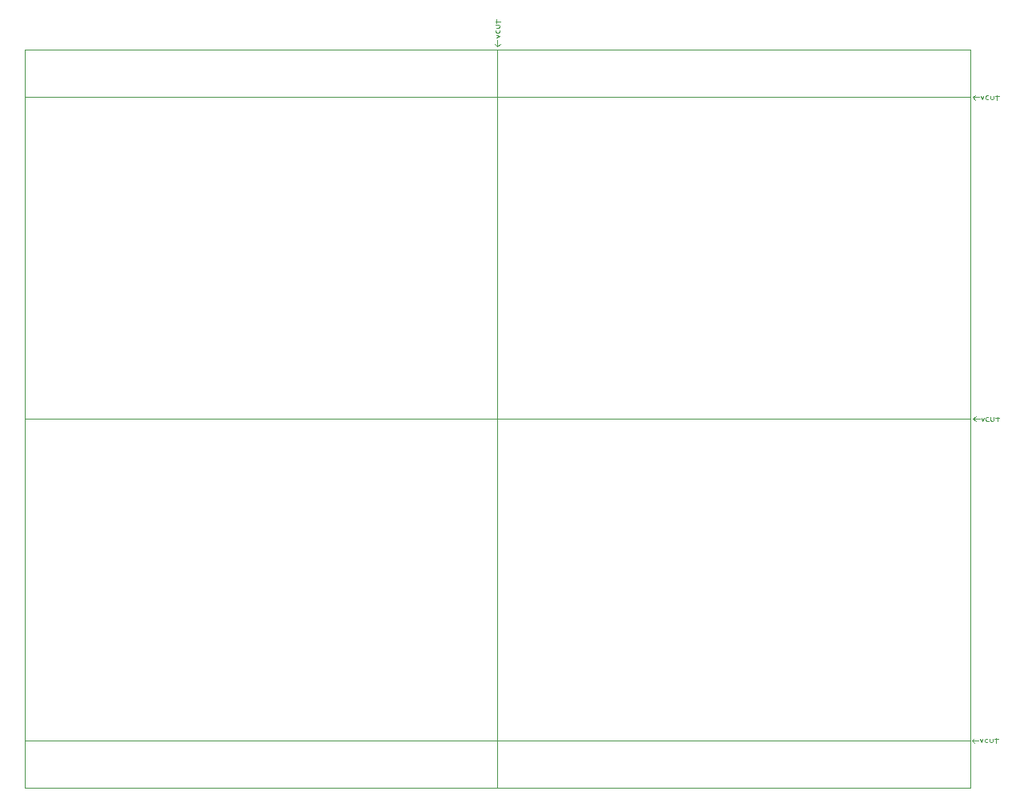
<source format=gm1>
G04 #@! TF.GenerationSoftware,KiCad,Pcbnew,(5.1.10-1-10_14)*
G04 #@! TF.CreationDate,2022-04-15T02:52:12+09:00*
G04 #@! TF.ProjectId,cmsis-dap_rp2040,636d7369-732d-4646-9170-5f7270323034,rev?*
G04 #@! TF.SameCoordinates,Original*
G04 #@! TF.FileFunction,Profile,NP*
%FSLAX46Y46*%
G04 Gerber Fmt 4.6, Leading zero omitted, Abs format (unit mm)*
G04 Created by KiCad (PCBNEW (5.1.10-1-10_14)) date 2022-04-15 02:52:12*
%MOMM*%
%LPD*%
G01*
G04 APERTURE LIST*
G04 #@! TA.AperFunction,Profile*
%ADD10C,0.050000*%
G04 #@! TD*
G04 APERTURE END LIST*
D10*
X201800000Y-118230000D02*
X201650000Y-118230000D01*
X201040000Y-117880000D02*
X201170000Y-118200000D01*
X202550000Y-117900000D02*
X202950000Y-117900000D01*
X202040000Y-118130000D02*
X202150000Y-118240000D01*
X201520000Y-117940000D02*
X201620000Y-117820000D01*
X200170000Y-117990000D02*
X200460000Y-117740000D01*
X202730000Y-117790000D02*
X202730000Y-118270000D01*
X202040000Y-117840000D02*
X202040000Y-118130000D01*
X201520000Y-118120000D02*
X201520000Y-117940000D01*
X200170000Y-117990000D02*
X200880000Y-117990000D01*
X201650000Y-118230000D02*
X201520000Y-118120000D01*
X201170000Y-118200000D02*
X201300000Y-117880000D01*
X202390000Y-118130000D02*
X202390000Y-117830000D01*
X202280000Y-118240000D02*
X202390000Y-118130000D01*
X200170000Y-117990000D02*
X200460000Y-118260000D01*
X201620000Y-117820000D02*
X201790000Y-117820000D01*
X202150000Y-118240000D02*
X202280000Y-118240000D01*
X201880000Y-50240000D02*
X201730000Y-50240000D01*
X201120000Y-49890000D02*
X201250000Y-50210000D01*
X202630000Y-49910000D02*
X203030000Y-49910000D01*
X202120000Y-50140000D02*
X202230000Y-50250000D01*
X201600000Y-49950000D02*
X201700000Y-49830000D01*
X200250000Y-50000000D02*
X200540000Y-49750000D01*
X202810000Y-49800000D02*
X202810000Y-50280000D01*
X202120000Y-49850000D02*
X202120000Y-50140000D01*
X201600000Y-50130000D02*
X201600000Y-49950000D01*
X200250000Y-50000000D02*
X200960000Y-50000000D01*
X201730000Y-50240000D02*
X201600000Y-50130000D01*
X201250000Y-50210000D02*
X201380000Y-49890000D01*
X202470000Y-50140000D02*
X202470000Y-49840000D01*
X202360000Y-50250000D02*
X202470000Y-50140000D01*
X200250000Y-50000000D02*
X200540000Y-50270000D01*
X201700000Y-49830000D02*
X201870000Y-49830000D01*
X202230000Y-50250000D02*
X202360000Y-50250000D01*
X150010000Y-44640000D02*
X149760000Y-44350000D01*
X150010000Y-44640000D02*
X150010000Y-43930000D01*
X150010000Y-44640000D02*
X150280000Y-44350000D01*
X150240000Y-42900000D02*
X150240000Y-43050000D01*
X149890000Y-43660000D02*
X150210000Y-43530000D01*
X149910000Y-42150000D02*
X149910000Y-41750000D01*
X150140000Y-42660000D02*
X150250000Y-42550000D01*
X149950000Y-43180000D02*
X149830000Y-43080000D01*
X149800000Y-41970000D02*
X150280000Y-41970000D01*
X149850000Y-42660000D02*
X150140000Y-42660000D01*
X150130000Y-43180000D02*
X149950000Y-43180000D01*
X150240000Y-43050000D02*
X150130000Y-43180000D01*
X150210000Y-43530000D02*
X149890000Y-43400000D01*
X150140000Y-42310000D02*
X149840000Y-42310000D01*
X150250000Y-42420000D02*
X150140000Y-42310000D01*
X149830000Y-43080000D02*
X149830000Y-42910000D01*
X150250000Y-42550000D02*
X150250000Y-42420000D01*
X202850000Y-83800000D02*
X202850000Y-84280000D01*
X202670000Y-83910000D02*
X203070000Y-83910000D01*
X202510000Y-84140000D02*
X202510000Y-83840000D01*
X202400000Y-84250000D02*
X202510000Y-84140000D01*
X202270000Y-84250000D02*
X202400000Y-84250000D01*
X202160000Y-84140000D02*
X202270000Y-84250000D01*
X202160000Y-83850000D02*
X202160000Y-84140000D01*
X201740000Y-83830000D02*
X201910000Y-83830000D01*
X201640000Y-83950000D02*
X201740000Y-83830000D01*
X201640000Y-84130000D02*
X201640000Y-83950000D01*
X201770000Y-84240000D02*
X201640000Y-84130000D01*
X201920000Y-84240000D02*
X201770000Y-84240000D01*
X201290000Y-84210000D02*
X201420000Y-83890000D01*
X201160000Y-83890000D02*
X201290000Y-84210000D01*
X200290000Y-84000000D02*
X201000000Y-84000000D01*
X200290000Y-84000000D02*
X200580000Y-84270000D01*
X200290000Y-84000000D02*
X200580000Y-83750000D01*
X150000000Y-45000000D02*
X150000000Y-123000000D01*
X100000000Y-123000000D02*
X200000000Y-123000000D01*
X200000000Y-118000000D02*
X200000000Y-123000000D01*
X100000000Y-118000000D02*
X100000000Y-123000000D01*
X100000000Y-45000000D02*
X200000000Y-45000000D01*
X200000000Y-45000000D02*
X200000000Y-50000000D01*
X100000000Y-45000000D02*
X100000000Y-50000000D01*
X200000000Y-50000000D02*
X150000000Y-50000000D01*
X200000000Y-118000000D02*
X150000000Y-118000000D01*
X150000000Y-118000000D02*
X100000000Y-118000000D01*
X200000000Y-84000000D02*
X150000000Y-84000000D01*
X200000000Y-84000000D02*
X200000000Y-118000000D01*
X200000000Y-50000000D02*
X200000000Y-84000000D01*
X100000000Y-84000000D02*
X100000000Y-118000000D01*
X100000000Y-50000000D02*
X100000000Y-84000000D01*
X150000000Y-84000000D02*
X100000000Y-84000000D01*
X150000000Y-50000000D02*
X100000000Y-50000000D01*
M02*

</source>
